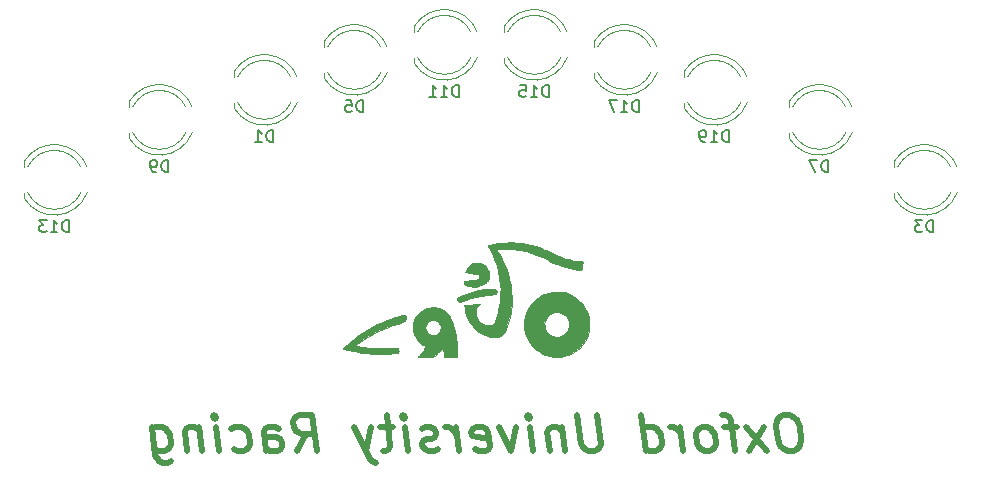
<source format=gbr>
G04 #@! TF.GenerationSoftware,KiCad,Pcbnew,5.1.5-52549c5~84~ubuntu18.04.1*
G04 #@! TF.CreationDate,2020-02-12T22:06:01+00:00*
G04 #@! TF.ProjectId,TSAL_LED,5453414c-5f4c-4454-942e-6b696361645f,rev?*
G04 #@! TF.SameCoordinates,Original*
G04 #@! TF.FileFunction,Legend,Bot*
G04 #@! TF.FilePolarity,Positive*
%FSLAX46Y46*%
G04 Gerber Fmt 4.6, Leading zero omitted, Abs format (unit mm)*
G04 Created by KiCad (PCBNEW 5.1.5-52549c5~84~ubuntu18.04.1) date 2020-02-12 22:06:01*
%MOMM*%
%LPD*%
G04 APERTURE LIST*
%ADD10C,0.500000*%
%ADD11C,0.010000*%
%ADD12C,0.120000*%
%ADD13C,0.150000*%
G04 APERTURE END LIST*
D10*
X152444732Y-86622142D02*
X151873303Y-86622142D01*
X151605446Y-86765000D01*
X151355446Y-87050714D01*
X151284017Y-87622142D01*
X151409017Y-88622142D01*
X151623303Y-89193571D01*
X151944732Y-89479285D01*
X152248303Y-89622142D01*
X152819732Y-89622142D01*
X153087589Y-89479285D01*
X153337589Y-89193571D01*
X153409017Y-88622142D01*
X153284017Y-87622142D01*
X153069732Y-87050714D01*
X152748303Y-86765000D01*
X152444732Y-86622142D01*
X150534017Y-89622142D02*
X148712589Y-87622142D01*
X150284017Y-87622142D02*
X148962589Y-89622142D01*
X147998303Y-87622142D02*
X146855446Y-87622142D01*
X147819732Y-89622142D02*
X147498303Y-87050714D01*
X147319732Y-86765000D01*
X147016160Y-86622142D01*
X146730446Y-86622142D01*
X145676875Y-89622142D02*
X145944732Y-89479285D01*
X146069732Y-89336428D01*
X146176875Y-89050714D01*
X146069732Y-88193571D01*
X145891160Y-87907857D01*
X145730446Y-87765000D01*
X145426875Y-87622142D01*
X144998303Y-87622142D01*
X144730446Y-87765000D01*
X144605446Y-87907857D01*
X144498303Y-88193571D01*
X144605446Y-89050714D01*
X144784017Y-89336428D01*
X144944732Y-89479285D01*
X145248303Y-89622142D01*
X145676875Y-89622142D01*
X143391160Y-89622142D02*
X143141160Y-87622142D01*
X143212589Y-88193571D02*
X143034017Y-87907857D01*
X142873303Y-87765000D01*
X142569732Y-87622142D01*
X142284017Y-87622142D01*
X140248303Y-89622142D02*
X139873303Y-86622142D01*
X140230446Y-89479285D02*
X140534017Y-89622142D01*
X141105446Y-89622142D01*
X141373303Y-89479285D01*
X141498303Y-89336428D01*
X141605446Y-89050714D01*
X141498303Y-88193571D01*
X141319732Y-87907857D01*
X141159017Y-87765000D01*
X140855446Y-87622142D01*
X140284017Y-87622142D01*
X140016160Y-87765000D01*
X136159017Y-86622142D02*
X136462589Y-89050714D01*
X136355446Y-89336428D01*
X136230446Y-89479285D01*
X135962589Y-89622142D01*
X135391160Y-89622142D01*
X135087589Y-89479285D01*
X134926875Y-89336428D01*
X134748303Y-89050714D01*
X134444732Y-86622142D01*
X133141160Y-87622142D02*
X133391160Y-89622142D01*
X133176875Y-87907857D02*
X133016160Y-87765000D01*
X132712589Y-87622142D01*
X132284017Y-87622142D01*
X132016160Y-87765000D01*
X131909017Y-88050714D01*
X132105446Y-89622142D01*
X130676875Y-89622142D02*
X130426875Y-87622142D01*
X130301875Y-86622142D02*
X130462589Y-86765000D01*
X130337589Y-86907857D01*
X130176875Y-86765000D01*
X130301875Y-86622142D01*
X130337589Y-86907857D01*
X129284017Y-87622142D02*
X128819732Y-89622142D01*
X127855446Y-87622142D01*
X125801875Y-89479285D02*
X126105446Y-89622142D01*
X126676875Y-89622142D01*
X126944732Y-89479285D01*
X127051875Y-89193571D01*
X126909017Y-88050714D01*
X126730446Y-87765000D01*
X126426875Y-87622142D01*
X125855446Y-87622142D01*
X125587589Y-87765000D01*
X125480446Y-88050714D01*
X125516160Y-88336428D01*
X126980446Y-88622142D01*
X124391160Y-89622142D02*
X124141160Y-87622142D01*
X124212589Y-88193571D02*
X124034017Y-87907857D01*
X123873303Y-87765000D01*
X123569732Y-87622142D01*
X123284017Y-87622142D01*
X122659017Y-89479285D02*
X122391160Y-89622142D01*
X121819732Y-89622142D01*
X121516160Y-89479285D01*
X121337589Y-89193571D01*
X121319732Y-89050714D01*
X121426875Y-88765000D01*
X121694732Y-88622142D01*
X122123303Y-88622142D01*
X122391160Y-88479285D01*
X122498303Y-88193571D01*
X122480446Y-88050714D01*
X122301875Y-87765000D01*
X121998303Y-87622142D01*
X121569732Y-87622142D01*
X121301875Y-87765000D01*
X120105446Y-89622142D02*
X119855446Y-87622142D01*
X119730446Y-86622142D02*
X119891160Y-86765000D01*
X119766160Y-86907857D01*
X119605446Y-86765000D01*
X119730446Y-86622142D01*
X119766160Y-86907857D01*
X118855446Y-87622142D02*
X117712589Y-87622142D01*
X118301875Y-86622142D02*
X118623303Y-89193571D01*
X118516160Y-89479285D01*
X118248303Y-89622142D01*
X117962589Y-89622142D01*
X116998303Y-87622142D02*
X116534017Y-89622142D01*
X115569732Y-87622142D02*
X116534017Y-89622142D01*
X116909017Y-90336428D01*
X117069732Y-90479285D01*
X117373303Y-90622142D01*
X110676875Y-89622142D02*
X111498303Y-88193571D01*
X112391160Y-89622142D02*
X112016160Y-86622142D01*
X110873303Y-86622142D01*
X110605446Y-86765000D01*
X110480446Y-86907857D01*
X110373303Y-87193571D01*
X110426875Y-87622142D01*
X110605446Y-87907857D01*
X110766160Y-88050714D01*
X111069732Y-88193571D01*
X112212589Y-88193571D01*
X108105446Y-89622142D02*
X107909017Y-88050714D01*
X108016160Y-87765000D01*
X108284017Y-87622142D01*
X108855446Y-87622142D01*
X109159017Y-87765000D01*
X108087589Y-89479285D02*
X108391160Y-89622142D01*
X109105446Y-89622142D01*
X109373303Y-89479285D01*
X109480446Y-89193571D01*
X109444732Y-88907857D01*
X109266160Y-88622142D01*
X108962589Y-88479285D01*
X108248303Y-88479285D01*
X107944732Y-88336428D01*
X105373303Y-89479285D02*
X105676875Y-89622142D01*
X106248303Y-89622142D01*
X106516160Y-89479285D01*
X106641160Y-89336428D01*
X106748303Y-89050714D01*
X106641160Y-88193571D01*
X106462589Y-87907857D01*
X106301875Y-87765000D01*
X105998303Y-87622142D01*
X105426875Y-87622142D01*
X105159017Y-87765000D01*
X104105446Y-89622142D02*
X103855446Y-87622142D01*
X103730446Y-86622142D02*
X103891160Y-86765000D01*
X103766160Y-86907857D01*
X103605446Y-86765000D01*
X103730446Y-86622142D01*
X103766160Y-86907857D01*
X102426875Y-87622142D02*
X102676875Y-89622142D01*
X102462589Y-87907857D02*
X102301875Y-87765000D01*
X101998303Y-87622142D01*
X101569732Y-87622142D01*
X101301875Y-87765000D01*
X101194732Y-88050714D01*
X101391160Y-89622142D01*
X98426875Y-87622142D02*
X98730446Y-90050714D01*
X98909017Y-90336428D01*
X99069732Y-90479285D01*
X99373303Y-90622142D01*
X99801875Y-90622142D01*
X100069732Y-90479285D01*
X98659017Y-89479285D02*
X98962589Y-89622142D01*
X99534017Y-89622142D01*
X99801875Y-89479285D01*
X99926875Y-89336428D01*
X100034017Y-89050714D01*
X99926875Y-88193571D01*
X99748303Y-87907857D01*
X99587589Y-87765000D01*
X99284017Y-87622142D01*
X98712589Y-87622142D01*
X98444732Y-87765000D01*
D11*
G36*
X125824724Y-73716529D02*
G01*
X125648177Y-73752887D01*
X125486800Y-73822967D01*
X125448267Y-73846774D01*
X125381284Y-73901380D01*
X125301130Y-73982420D01*
X125216346Y-74079990D01*
X125135472Y-74184182D01*
X125067048Y-74285090D01*
X125058986Y-74298328D01*
X125010592Y-74380123D01*
X124984858Y-74433360D01*
X124983369Y-74466194D01*
X125007705Y-74486780D01*
X125059448Y-74503271D01*
X125100775Y-74513705D01*
X125241678Y-74545217D01*
X125394499Y-74572908D01*
X125545513Y-74594750D01*
X125681000Y-74608717D01*
X125772334Y-74612879D01*
X125912024Y-74625848D01*
X126018575Y-74663933D01*
X126093389Y-74727778D01*
X126121003Y-74773016D01*
X126144416Y-74830804D01*
X126147325Y-74876625D01*
X126131053Y-74934781D01*
X126129981Y-74937825D01*
X126097877Y-75001769D01*
X126056207Y-75053325D01*
X126047500Y-75060533D01*
X125981448Y-75093296D01*
X125878444Y-75123299D01*
X125743829Y-75149677D01*
X125582942Y-75171562D01*
X125401123Y-75188090D01*
X125203711Y-75198395D01*
X125195542Y-75198667D01*
X124819834Y-75210868D01*
X124820123Y-75319142D01*
X124822834Y-75411468D01*
X124835520Y-75473073D01*
X124865899Y-75515512D01*
X124921692Y-75550337D01*
X124996649Y-75583322D01*
X125196956Y-75649665D01*
X125416111Y-75693081D01*
X125640750Y-75712279D01*
X125857509Y-75705967D01*
X126015750Y-75681796D01*
X126260668Y-75610435D01*
X126483930Y-75507320D01*
X126696716Y-75367254D01*
X126703667Y-75361958D01*
X126805470Y-75280815D01*
X126877901Y-75213019D01*
X126927560Y-75149600D01*
X126961047Y-75081590D01*
X126984963Y-75000018D01*
X126991376Y-74971002D01*
X127013517Y-74766296D01*
X126994708Y-74564999D01*
X126936323Y-74371488D01*
X126839733Y-74190142D01*
X126706313Y-74025340D01*
X126689631Y-74008590D01*
X126542395Y-73890044D01*
X126375276Y-73800651D01*
X126195284Y-73741325D01*
X126009430Y-73712980D01*
X125824724Y-73716529D01*
G37*
X125824724Y-73716529D02*
X125648177Y-73752887D01*
X125486800Y-73822967D01*
X125448267Y-73846774D01*
X125381284Y-73901380D01*
X125301130Y-73982420D01*
X125216346Y-74079990D01*
X125135472Y-74184182D01*
X125067048Y-74285090D01*
X125058986Y-74298328D01*
X125010592Y-74380123D01*
X124984858Y-74433360D01*
X124983369Y-74466194D01*
X125007705Y-74486780D01*
X125059448Y-74503271D01*
X125100775Y-74513705D01*
X125241678Y-74545217D01*
X125394499Y-74572908D01*
X125545513Y-74594750D01*
X125681000Y-74608717D01*
X125772334Y-74612879D01*
X125912024Y-74625848D01*
X126018575Y-74663933D01*
X126093389Y-74727778D01*
X126121003Y-74773016D01*
X126144416Y-74830804D01*
X126147325Y-74876625D01*
X126131053Y-74934781D01*
X126129981Y-74937825D01*
X126097877Y-75001769D01*
X126056207Y-75053325D01*
X126047500Y-75060533D01*
X125981448Y-75093296D01*
X125878444Y-75123299D01*
X125743829Y-75149677D01*
X125582942Y-75171562D01*
X125401123Y-75188090D01*
X125203711Y-75198395D01*
X125195542Y-75198667D01*
X124819834Y-75210868D01*
X124820123Y-75319142D01*
X124822834Y-75411468D01*
X124835520Y-75473073D01*
X124865899Y-75515512D01*
X124921692Y-75550337D01*
X124996649Y-75583322D01*
X125196956Y-75649665D01*
X125416111Y-75693081D01*
X125640750Y-75712279D01*
X125857509Y-75705967D01*
X126015750Y-75681796D01*
X126260668Y-75610435D01*
X126483930Y-75507320D01*
X126696716Y-75367254D01*
X126703667Y-75361958D01*
X126805470Y-75280815D01*
X126877901Y-75213019D01*
X126927560Y-75149600D01*
X126961047Y-75081590D01*
X126984963Y-75000018D01*
X126991376Y-74971002D01*
X127013517Y-74766296D01*
X126994708Y-74564999D01*
X126936323Y-74371488D01*
X126839733Y-74190142D01*
X126706313Y-74025340D01*
X126689631Y-74008590D01*
X126542395Y-73890044D01*
X126375276Y-73800651D01*
X126195284Y-73741325D01*
X126009430Y-73712980D01*
X125824724Y-73716529D01*
G36*
X127141755Y-75910105D02*
G01*
X126611315Y-75952557D01*
X126082079Y-76037201D01*
X125554617Y-76163903D01*
X125029493Y-76332526D01*
X124518962Y-76537755D01*
X124425541Y-76580237D01*
X124363613Y-76612478D01*
X124325384Y-76640003D01*
X124303059Y-76668332D01*
X124289779Y-76700108D01*
X124279704Y-76791302D01*
X124304160Y-76879457D01*
X124356930Y-76953802D01*
X124431795Y-77003560D01*
X124471601Y-77015165D01*
X124527193Y-77016682D01*
X124565834Y-77005032D01*
X124609187Y-76982232D01*
X124685187Y-76949086D01*
X124786251Y-76908429D01*
X124904797Y-76863095D01*
X125033242Y-76815917D01*
X125164004Y-76769731D01*
X125289500Y-76727371D01*
X125402148Y-76691671D01*
X125412500Y-76688551D01*
X125869136Y-76566590D01*
X126322057Y-76476733D01*
X126785235Y-76416540D01*
X127113842Y-76391268D01*
X127234339Y-76383188D01*
X127342320Y-76373731D01*
X127429673Y-76363780D01*
X127488286Y-76354217D01*
X127507453Y-76348459D01*
X127559052Y-76299978D01*
X127596776Y-76224573D01*
X127613558Y-76137101D01*
X127613834Y-76124851D01*
X127605321Y-76065029D01*
X127574197Y-76011318D01*
X127538630Y-75972396D01*
X127463427Y-75897192D01*
X127141755Y-75910105D01*
G37*
X127141755Y-75910105D02*
X126611315Y-75952557D01*
X126082079Y-76037201D01*
X125554617Y-76163903D01*
X125029493Y-76332526D01*
X124518962Y-76537755D01*
X124425541Y-76580237D01*
X124363613Y-76612478D01*
X124325384Y-76640003D01*
X124303059Y-76668332D01*
X124289779Y-76700108D01*
X124279704Y-76791302D01*
X124304160Y-76879457D01*
X124356930Y-76953802D01*
X124431795Y-77003560D01*
X124471601Y-77015165D01*
X124527193Y-77016682D01*
X124565834Y-77005032D01*
X124609187Y-76982232D01*
X124685187Y-76949086D01*
X124786251Y-76908429D01*
X124904797Y-76863095D01*
X125033242Y-76815917D01*
X125164004Y-76769731D01*
X125289500Y-76727371D01*
X125402148Y-76691671D01*
X125412500Y-76688551D01*
X125869136Y-76566590D01*
X126322057Y-76476733D01*
X126785235Y-76416540D01*
X127113842Y-76391268D01*
X127234339Y-76383188D01*
X127342320Y-76373731D01*
X127429673Y-76363780D01*
X127488286Y-76354217D01*
X127507453Y-76348459D01*
X127559052Y-76299978D01*
X127596776Y-76224573D01*
X127613558Y-76137101D01*
X127613834Y-76124851D01*
X127605321Y-76065029D01*
X127574197Y-76011318D01*
X127538630Y-75972396D01*
X127463427Y-75897192D01*
X127141755Y-75910105D01*
G36*
X128280303Y-71983715D02*
G01*
X127747754Y-72038148D01*
X127666750Y-72050050D01*
X127582613Y-72064201D01*
X127478846Y-72083583D01*
X127363417Y-72106485D01*
X127244297Y-72131198D01*
X127129455Y-72156010D01*
X127026862Y-72179211D01*
X126944487Y-72199089D01*
X126890300Y-72213935D01*
X126873606Y-72220292D01*
X126868028Y-72239512D01*
X126881717Y-72281747D01*
X126916384Y-72351005D01*
X126967904Y-72441407D01*
X127218905Y-72909066D01*
X127434620Y-73397638D01*
X127614060Y-73903210D01*
X127756230Y-74421871D01*
X127860139Y-74949710D01*
X127924795Y-75482817D01*
X127949206Y-76017280D01*
X127945638Y-76295250D01*
X127925516Y-76646077D01*
X127889182Y-77001922D01*
X127838336Y-77350943D01*
X127774677Y-77681298D01*
X127707367Y-77954564D01*
X127677339Y-78057658D01*
X127639679Y-78179143D01*
X127597714Y-78309061D01*
X127554768Y-78437454D01*
X127514169Y-78554364D01*
X127479242Y-78649835D01*
X127454941Y-78710258D01*
X127391764Y-78819469D01*
X127308623Y-78900588D01*
X127201110Y-78955843D01*
X127064819Y-78987465D01*
X126895342Y-78997682D01*
X126886761Y-78997674D01*
X126678146Y-78977283D01*
X126484507Y-78919885D01*
X126309415Y-78829050D01*
X126156442Y-78708350D01*
X126029160Y-78561356D01*
X125931141Y-78391641D01*
X125865956Y-78202775D01*
X125837177Y-77998331D01*
X125836085Y-77947094D01*
X125854606Y-77741991D01*
X125910652Y-77552158D01*
X126006037Y-77372635D01*
X126085529Y-77264577D01*
X126182380Y-77145682D01*
X126099065Y-77160096D01*
X125900074Y-77192723D01*
X125726499Y-77216684D01*
X125562708Y-77233676D01*
X125393073Y-77245396D01*
X125256084Y-77251616D01*
X124898584Y-77265153D01*
X124912462Y-77468118D01*
X124955631Y-77795044D01*
X125038432Y-78112504D01*
X125158605Y-78417144D01*
X125313892Y-78705611D01*
X125502034Y-78974551D01*
X125720773Y-79220611D01*
X125967850Y-79440438D01*
X126241007Y-79630679D01*
X126445191Y-79743781D01*
X126647599Y-79833619D01*
X126858075Y-79906500D01*
X127068837Y-79960897D01*
X127272104Y-79995283D01*
X127460092Y-80008131D01*
X127625021Y-79997914D01*
X127683716Y-79986811D01*
X127806302Y-79945704D01*
X127938780Y-79880913D01*
X128063897Y-79801240D01*
X128097439Y-79775734D01*
X128179246Y-79701799D01*
X128253101Y-79614708D01*
X128321442Y-79509690D01*
X128386705Y-79381973D01*
X128451328Y-79226785D01*
X128517750Y-79039354D01*
X128588407Y-78814909D01*
X128588655Y-78814083D01*
X128725850Y-78286139D01*
X128822510Y-77751398D01*
X128878840Y-77212557D01*
X128895046Y-76672316D01*
X128871334Y-76133374D01*
X128807908Y-75598428D01*
X128704976Y-75070179D01*
X128562741Y-74551325D01*
X128381410Y-74044564D01*
X128192996Y-73617666D01*
X128090038Y-73408669D01*
X127996099Y-73228447D01*
X127905147Y-73066209D01*
X127811151Y-72911165D01*
X127716413Y-72765018D01*
X127665387Y-72686812D01*
X127624590Y-72621330D01*
X127598962Y-72576685D01*
X127592667Y-72561780D01*
X127612910Y-72550137D01*
X127670004Y-72540198D01*
X127758502Y-72532011D01*
X127872954Y-72525625D01*
X128007912Y-72521087D01*
X128157927Y-72518448D01*
X128317550Y-72517754D01*
X128481332Y-72519054D01*
X128643825Y-72522398D01*
X128799579Y-72527832D01*
X128943146Y-72535407D01*
X129069077Y-72545170D01*
X129101017Y-72548364D01*
X129335328Y-72575782D01*
X129544842Y-72606462D01*
X129747098Y-72643454D01*
X129959632Y-72689808D01*
X130079750Y-72718555D01*
X130319423Y-72780535D01*
X130544618Y-72846151D01*
X130762058Y-72918125D01*
X130978466Y-72999176D01*
X131200568Y-73092025D01*
X131435086Y-73199393D01*
X131688743Y-73324000D01*
X131968264Y-73468567D01*
X132080000Y-73527880D01*
X132410442Y-73691020D01*
X132761605Y-73839899D01*
X133125194Y-73972005D01*
X133492915Y-74084822D01*
X133856471Y-74175839D01*
X134207568Y-74242542D01*
X134537911Y-74282417D01*
X134580967Y-74285643D01*
X134785349Y-74299735D01*
X134809928Y-74175659D01*
X134825741Y-74099961D01*
X134847868Y-73999324D01*
X134872712Y-73889962D01*
X134886004Y-73832930D01*
X134907194Y-73741514D01*
X134924151Y-73665609D01*
X134934834Y-73614526D01*
X134937500Y-73598065D01*
X134917670Y-73590966D01*
X134863465Y-73583148D01*
X134782812Y-73575493D01*
X134683639Y-73568884D01*
X134667625Y-73568035D01*
X134488080Y-73555670D01*
X134317561Y-73536533D01*
X134144025Y-73508679D01*
X133955430Y-73470160D01*
X133739731Y-73419031D01*
X133728621Y-73416259D01*
X133434303Y-73337035D01*
X133156981Y-73249798D01*
X132886138Y-73150492D01*
X132611256Y-73035061D01*
X132321818Y-72899449D01*
X132102485Y-72789086D01*
X131961278Y-72717822D01*
X131813285Y-72645750D01*
X131669377Y-72577984D01*
X131540425Y-72519638D01*
X131437300Y-72475825D01*
X131432262Y-72473806D01*
X130933941Y-72297358D01*
X130418992Y-72158161D01*
X129891785Y-72056706D01*
X129356688Y-71993486D01*
X128818071Y-71968992D01*
X128280303Y-71983715D01*
G37*
X128280303Y-71983715D02*
X127747754Y-72038148D01*
X127666750Y-72050050D01*
X127582613Y-72064201D01*
X127478846Y-72083583D01*
X127363417Y-72106485D01*
X127244297Y-72131198D01*
X127129455Y-72156010D01*
X127026862Y-72179211D01*
X126944487Y-72199089D01*
X126890300Y-72213935D01*
X126873606Y-72220292D01*
X126868028Y-72239512D01*
X126881717Y-72281747D01*
X126916384Y-72351005D01*
X126967904Y-72441407D01*
X127218905Y-72909066D01*
X127434620Y-73397638D01*
X127614060Y-73903210D01*
X127756230Y-74421871D01*
X127860139Y-74949710D01*
X127924795Y-75482817D01*
X127949206Y-76017280D01*
X127945638Y-76295250D01*
X127925516Y-76646077D01*
X127889182Y-77001922D01*
X127838336Y-77350943D01*
X127774677Y-77681298D01*
X127707367Y-77954564D01*
X127677339Y-78057658D01*
X127639679Y-78179143D01*
X127597714Y-78309061D01*
X127554768Y-78437454D01*
X127514169Y-78554364D01*
X127479242Y-78649835D01*
X127454941Y-78710258D01*
X127391764Y-78819469D01*
X127308623Y-78900588D01*
X127201110Y-78955843D01*
X127064819Y-78987465D01*
X126895342Y-78997682D01*
X126886761Y-78997674D01*
X126678146Y-78977283D01*
X126484507Y-78919885D01*
X126309415Y-78829050D01*
X126156442Y-78708350D01*
X126029160Y-78561356D01*
X125931141Y-78391641D01*
X125865956Y-78202775D01*
X125837177Y-77998331D01*
X125836085Y-77947094D01*
X125854606Y-77741991D01*
X125910652Y-77552158D01*
X126006037Y-77372635D01*
X126085529Y-77264577D01*
X126182380Y-77145682D01*
X126099065Y-77160096D01*
X125900074Y-77192723D01*
X125726499Y-77216684D01*
X125562708Y-77233676D01*
X125393073Y-77245396D01*
X125256084Y-77251616D01*
X124898584Y-77265153D01*
X124912462Y-77468118D01*
X124955631Y-77795044D01*
X125038432Y-78112504D01*
X125158605Y-78417144D01*
X125313892Y-78705611D01*
X125502034Y-78974551D01*
X125720773Y-79220611D01*
X125967850Y-79440438D01*
X126241007Y-79630679D01*
X126445191Y-79743781D01*
X126647599Y-79833619D01*
X126858075Y-79906500D01*
X127068837Y-79960897D01*
X127272104Y-79995283D01*
X127460092Y-80008131D01*
X127625021Y-79997914D01*
X127683716Y-79986811D01*
X127806302Y-79945704D01*
X127938780Y-79880913D01*
X128063897Y-79801240D01*
X128097439Y-79775734D01*
X128179246Y-79701799D01*
X128253101Y-79614708D01*
X128321442Y-79509690D01*
X128386705Y-79381973D01*
X128451328Y-79226785D01*
X128517750Y-79039354D01*
X128588407Y-78814909D01*
X128588655Y-78814083D01*
X128725850Y-78286139D01*
X128822510Y-77751398D01*
X128878840Y-77212557D01*
X128895046Y-76672316D01*
X128871334Y-76133374D01*
X128807908Y-75598428D01*
X128704976Y-75070179D01*
X128562741Y-74551325D01*
X128381410Y-74044564D01*
X128192996Y-73617666D01*
X128090038Y-73408669D01*
X127996099Y-73228447D01*
X127905147Y-73066209D01*
X127811151Y-72911165D01*
X127716413Y-72765018D01*
X127665387Y-72686812D01*
X127624590Y-72621330D01*
X127598962Y-72576685D01*
X127592667Y-72561780D01*
X127612910Y-72550137D01*
X127670004Y-72540198D01*
X127758502Y-72532011D01*
X127872954Y-72525625D01*
X128007912Y-72521087D01*
X128157927Y-72518448D01*
X128317550Y-72517754D01*
X128481332Y-72519054D01*
X128643825Y-72522398D01*
X128799579Y-72527832D01*
X128943146Y-72535407D01*
X129069077Y-72545170D01*
X129101017Y-72548364D01*
X129335328Y-72575782D01*
X129544842Y-72606462D01*
X129747098Y-72643454D01*
X129959632Y-72689808D01*
X130079750Y-72718555D01*
X130319423Y-72780535D01*
X130544618Y-72846151D01*
X130762058Y-72918125D01*
X130978466Y-72999176D01*
X131200568Y-73092025D01*
X131435086Y-73199393D01*
X131688743Y-73324000D01*
X131968264Y-73468567D01*
X132080000Y-73527880D01*
X132410442Y-73691020D01*
X132761605Y-73839899D01*
X133125194Y-73972005D01*
X133492915Y-74084822D01*
X133856471Y-74175839D01*
X134207568Y-74242542D01*
X134537911Y-74282417D01*
X134580967Y-74285643D01*
X134785349Y-74299735D01*
X134809928Y-74175659D01*
X134825741Y-74099961D01*
X134847868Y-73999324D01*
X134872712Y-73889962D01*
X134886004Y-73832930D01*
X134907194Y-73741514D01*
X134924151Y-73665609D01*
X134934834Y-73614526D01*
X134937500Y-73598065D01*
X134917670Y-73590966D01*
X134863465Y-73583148D01*
X134782812Y-73575493D01*
X134683639Y-73568884D01*
X134667625Y-73568035D01*
X134488080Y-73555670D01*
X134317561Y-73536533D01*
X134144025Y-73508679D01*
X133955430Y-73470160D01*
X133739731Y-73419031D01*
X133728621Y-73416259D01*
X133434303Y-73337035D01*
X133156981Y-73249798D01*
X132886138Y-73150492D01*
X132611256Y-73035061D01*
X132321818Y-72899449D01*
X132102485Y-72789086D01*
X131961278Y-72717822D01*
X131813285Y-72645750D01*
X131669377Y-72577984D01*
X131540425Y-72519638D01*
X131437300Y-72475825D01*
X131432262Y-72473806D01*
X130933941Y-72297358D01*
X130418992Y-72158161D01*
X129891785Y-72056706D01*
X129356688Y-71993486D01*
X128818071Y-71968992D01*
X128280303Y-71983715D01*
G36*
X119828091Y-78080309D02*
G01*
X119769004Y-78092912D01*
X119682474Y-78114294D01*
X119575072Y-78142827D01*
X119453369Y-78176881D01*
X119443500Y-78179712D01*
X119048547Y-78299468D01*
X118678700Y-78425422D01*
X118320252Y-78562871D01*
X117959500Y-78717113D01*
X117582737Y-78893446D01*
X117527917Y-78920204D01*
X117068693Y-79155740D01*
X116640676Y-79397687D01*
X116232743Y-79653058D01*
X115833774Y-79928866D01*
X115432645Y-80232122D01*
X115375573Y-80277254D01*
X115258179Y-80372134D01*
X115138952Y-80471307D01*
X115022154Y-80570939D01*
X114912047Y-80667194D01*
X114812893Y-80756241D01*
X114728954Y-80834244D01*
X114664491Y-80897370D01*
X114623767Y-80941784D01*
X114611042Y-80963654D01*
X114611568Y-80964551D01*
X114638870Y-80976119D01*
X114701012Y-80994844D01*
X114791408Y-81019148D01*
X114903475Y-81047457D01*
X115030630Y-81078194D01*
X115166288Y-81109782D01*
X115303865Y-81140644D01*
X115436777Y-81169206D01*
X115558441Y-81193889D01*
X115612334Y-81204161D01*
X115918881Y-81258096D01*
X116203553Y-81301466D01*
X116477180Y-81335288D01*
X116750592Y-81360580D01*
X117034621Y-81378359D01*
X117340098Y-81389644D01*
X117644334Y-81395111D01*
X117813664Y-81396659D01*
X117974035Y-81397581D01*
X118119273Y-81397884D01*
X118243204Y-81397573D01*
X118339657Y-81396654D01*
X118402456Y-81395135D01*
X118416917Y-81394349D01*
X118622923Y-81378701D01*
X118790899Y-81365495D01*
X118925032Y-81354028D01*
X119029509Y-81343600D01*
X119108516Y-81333511D01*
X119166240Y-81323059D01*
X119206868Y-81311543D01*
X119234586Y-81298263D01*
X119253581Y-81282517D01*
X119268041Y-81263605D01*
X119276255Y-81250489D01*
X119314401Y-81153962D01*
X119310745Y-81060620D01*
X119265658Y-80973722D01*
X119241748Y-80947014D01*
X119192964Y-80902241D01*
X119153618Y-80882589D01*
X119105388Y-80881220D01*
X119075142Y-80884852D01*
X118962315Y-80897120D01*
X118815757Y-80908208D01*
X118644061Y-80917825D01*
X118455820Y-80925681D01*
X118259628Y-80931485D01*
X118064077Y-80934945D01*
X117877761Y-80935772D01*
X117709273Y-80933673D01*
X117666657Y-80932528D01*
X117365890Y-80919442D01*
X117056090Y-80898786D01*
X116746161Y-80871512D01*
X116445010Y-80838571D01*
X116161543Y-80800914D01*
X115904668Y-80759491D01*
X115732330Y-80725997D01*
X115630075Y-80704257D01*
X115816996Y-80566070D01*
X116379929Y-80176125D01*
X116968347Y-79819520D01*
X117580706Y-79497016D01*
X118215460Y-79209375D01*
X118871064Y-78957358D01*
X119484801Y-78759529D01*
X119613380Y-78719227D01*
X119716981Y-78681593D01*
X119789694Y-78648927D01*
X119820968Y-78628563D01*
X119880247Y-78553553D01*
X119926024Y-78457899D01*
X119949307Y-78361770D01*
X119950571Y-78337833D01*
X119942543Y-78278963D01*
X119922211Y-78208357D01*
X119895203Y-78141022D01*
X119867146Y-78091961D01*
X119853163Y-78078116D01*
X119828091Y-78080309D01*
G37*
X119828091Y-78080309D02*
X119769004Y-78092912D01*
X119682474Y-78114294D01*
X119575072Y-78142827D01*
X119453369Y-78176881D01*
X119443500Y-78179712D01*
X119048547Y-78299468D01*
X118678700Y-78425422D01*
X118320252Y-78562871D01*
X117959500Y-78717113D01*
X117582737Y-78893446D01*
X117527917Y-78920204D01*
X117068693Y-79155740D01*
X116640676Y-79397687D01*
X116232743Y-79653058D01*
X115833774Y-79928866D01*
X115432645Y-80232122D01*
X115375573Y-80277254D01*
X115258179Y-80372134D01*
X115138952Y-80471307D01*
X115022154Y-80570939D01*
X114912047Y-80667194D01*
X114812893Y-80756241D01*
X114728954Y-80834244D01*
X114664491Y-80897370D01*
X114623767Y-80941784D01*
X114611042Y-80963654D01*
X114611568Y-80964551D01*
X114638870Y-80976119D01*
X114701012Y-80994844D01*
X114791408Y-81019148D01*
X114903475Y-81047457D01*
X115030630Y-81078194D01*
X115166288Y-81109782D01*
X115303865Y-81140644D01*
X115436777Y-81169206D01*
X115558441Y-81193889D01*
X115612334Y-81204161D01*
X115918881Y-81258096D01*
X116203553Y-81301466D01*
X116477180Y-81335288D01*
X116750592Y-81360580D01*
X117034621Y-81378359D01*
X117340098Y-81389644D01*
X117644334Y-81395111D01*
X117813664Y-81396659D01*
X117974035Y-81397581D01*
X118119273Y-81397884D01*
X118243204Y-81397573D01*
X118339657Y-81396654D01*
X118402456Y-81395135D01*
X118416917Y-81394349D01*
X118622923Y-81378701D01*
X118790899Y-81365495D01*
X118925032Y-81354028D01*
X119029509Y-81343600D01*
X119108516Y-81333511D01*
X119166240Y-81323059D01*
X119206868Y-81311543D01*
X119234586Y-81298263D01*
X119253581Y-81282517D01*
X119268041Y-81263605D01*
X119276255Y-81250489D01*
X119314401Y-81153962D01*
X119310745Y-81060620D01*
X119265658Y-80973722D01*
X119241748Y-80947014D01*
X119192964Y-80902241D01*
X119153618Y-80882589D01*
X119105388Y-80881220D01*
X119075142Y-80884852D01*
X118962315Y-80897120D01*
X118815757Y-80908208D01*
X118644061Y-80917825D01*
X118455820Y-80925681D01*
X118259628Y-80931485D01*
X118064077Y-80934945D01*
X117877761Y-80935772D01*
X117709273Y-80933673D01*
X117666657Y-80932528D01*
X117365890Y-80919442D01*
X117056090Y-80898786D01*
X116746161Y-80871512D01*
X116445010Y-80838571D01*
X116161543Y-80800914D01*
X115904668Y-80759491D01*
X115732330Y-80725997D01*
X115630075Y-80704257D01*
X115816996Y-80566070D01*
X116379929Y-80176125D01*
X116968347Y-79819520D01*
X117580706Y-79497016D01*
X118215460Y-79209375D01*
X118871064Y-78957358D01*
X119484801Y-78759529D01*
X119613380Y-78719227D01*
X119716981Y-78681593D01*
X119789694Y-78648927D01*
X119820968Y-78628563D01*
X119880247Y-78553553D01*
X119926024Y-78457899D01*
X119949307Y-78361770D01*
X119950571Y-78337833D01*
X119942543Y-78278963D01*
X119922211Y-78208357D01*
X119895203Y-78141022D01*
X119867146Y-78091961D01*
X119853163Y-78078116D01*
X119828091Y-78080309D01*
G36*
X132346533Y-76165758D02*
G01*
X132023246Y-76228150D01*
X131709436Y-76328223D01*
X131409694Y-76465874D01*
X131386140Y-76478683D01*
X131107872Y-76655445D01*
X130852338Y-76865264D01*
X130622666Y-77104036D01*
X130421987Y-77367652D01*
X130253432Y-77652008D01*
X130120132Y-77952996D01*
X130026131Y-78262625D01*
X129968549Y-78595679D01*
X129951937Y-78928044D01*
X129975006Y-79256467D01*
X130036469Y-79577695D01*
X130135040Y-79888475D01*
X130269432Y-80185555D01*
X130438357Y-80465681D01*
X130640529Y-80725601D01*
X130874660Y-80962062D01*
X131139463Y-81171810D01*
X131191106Y-81207023D01*
X131486356Y-81379443D01*
X131793506Y-81511380D01*
X132113044Y-81602959D01*
X132445456Y-81654304D01*
X132791231Y-81665541D01*
X132949929Y-81657649D01*
X133283521Y-81612236D01*
X133604080Y-81526724D01*
X133910413Y-81401660D01*
X134201325Y-81237588D01*
X134475625Y-81035054D01*
X134644427Y-80883058D01*
X134876570Y-80631241D01*
X135071016Y-80361856D01*
X135229119Y-80072439D01*
X135352235Y-79760524D01*
X135438583Y-79438500D01*
X135458854Y-79308268D01*
X135472070Y-79148757D01*
X135477159Y-79003273D01*
X133770619Y-79003273D01*
X133740887Y-79173176D01*
X133670813Y-79361156D01*
X133565937Y-79530457D01*
X133431074Y-79677327D01*
X133271038Y-79798011D01*
X133090642Y-79888755D01*
X132894701Y-79945808D01*
X132725584Y-79964824D01*
X132672483Y-79961516D01*
X132595253Y-79950811D01*
X132513917Y-79935685D01*
X132308925Y-79872165D01*
X132126298Y-79774146D01*
X131969119Y-79644326D01*
X131840475Y-79485402D01*
X131743450Y-79300072D01*
X131722197Y-79243315D01*
X131674408Y-79041925D01*
X131667294Y-78839532D01*
X131699637Y-78641220D01*
X131770219Y-78452076D01*
X131877822Y-78277185D01*
X131982072Y-78158442D01*
X132146566Y-78021981D01*
X132323261Y-77925786D01*
X132514049Y-77869061D01*
X132715000Y-77851000D01*
X132918908Y-77870685D01*
X133108575Y-77927011D01*
X133280824Y-78015882D01*
X133432477Y-78133205D01*
X133560359Y-78274885D01*
X133661291Y-78436826D01*
X133732096Y-78614934D01*
X133769598Y-78805115D01*
X133770619Y-79003273D01*
X135477159Y-79003273D01*
X135478247Y-78972179D01*
X135477397Y-78790746D01*
X135469535Y-78616671D01*
X135454674Y-78462165D01*
X135437355Y-78359000D01*
X135343914Y-78025245D01*
X135213656Y-77709641D01*
X135048591Y-77414796D01*
X134850731Y-77143321D01*
X134622089Y-76897823D01*
X134364675Y-76680914D01*
X134080502Y-76495201D01*
X133944459Y-76422519D01*
X133642645Y-76295001D01*
X133327354Y-76205667D01*
X133003178Y-76154415D01*
X132674708Y-76141146D01*
X132346533Y-76165758D01*
G37*
X132346533Y-76165758D02*
X132023246Y-76228150D01*
X131709436Y-76328223D01*
X131409694Y-76465874D01*
X131386140Y-76478683D01*
X131107872Y-76655445D01*
X130852338Y-76865264D01*
X130622666Y-77104036D01*
X130421987Y-77367652D01*
X130253432Y-77652008D01*
X130120132Y-77952996D01*
X130026131Y-78262625D01*
X129968549Y-78595679D01*
X129951937Y-78928044D01*
X129975006Y-79256467D01*
X130036469Y-79577695D01*
X130135040Y-79888475D01*
X130269432Y-80185555D01*
X130438357Y-80465681D01*
X130640529Y-80725601D01*
X130874660Y-80962062D01*
X131139463Y-81171810D01*
X131191106Y-81207023D01*
X131486356Y-81379443D01*
X131793506Y-81511380D01*
X132113044Y-81602959D01*
X132445456Y-81654304D01*
X132791231Y-81665541D01*
X132949929Y-81657649D01*
X133283521Y-81612236D01*
X133604080Y-81526724D01*
X133910413Y-81401660D01*
X134201325Y-81237588D01*
X134475625Y-81035054D01*
X134644427Y-80883058D01*
X134876570Y-80631241D01*
X135071016Y-80361856D01*
X135229119Y-80072439D01*
X135352235Y-79760524D01*
X135438583Y-79438500D01*
X135458854Y-79308268D01*
X135472070Y-79148757D01*
X135477159Y-79003273D01*
X133770619Y-79003273D01*
X133740887Y-79173176D01*
X133670813Y-79361156D01*
X133565937Y-79530457D01*
X133431074Y-79677327D01*
X133271038Y-79798011D01*
X133090642Y-79888755D01*
X132894701Y-79945808D01*
X132725584Y-79964824D01*
X132672483Y-79961516D01*
X132595253Y-79950811D01*
X132513917Y-79935685D01*
X132308925Y-79872165D01*
X132126298Y-79774146D01*
X131969119Y-79644326D01*
X131840475Y-79485402D01*
X131743450Y-79300072D01*
X131722197Y-79243315D01*
X131674408Y-79041925D01*
X131667294Y-78839532D01*
X131699637Y-78641220D01*
X131770219Y-78452076D01*
X131877822Y-78277185D01*
X131982072Y-78158442D01*
X132146566Y-78021981D01*
X132323261Y-77925786D01*
X132514049Y-77869061D01*
X132715000Y-77851000D01*
X132918908Y-77870685D01*
X133108575Y-77927011D01*
X133280824Y-78015882D01*
X133432477Y-78133205D01*
X133560359Y-78274885D01*
X133661291Y-78436826D01*
X133732096Y-78614934D01*
X133769598Y-78805115D01*
X133770619Y-79003273D01*
X135477159Y-79003273D01*
X135478247Y-78972179D01*
X135477397Y-78790746D01*
X135469535Y-78616671D01*
X135454674Y-78462165D01*
X135437355Y-78359000D01*
X135343914Y-78025245D01*
X135213656Y-77709641D01*
X135048591Y-77414796D01*
X134850731Y-77143321D01*
X134622089Y-76897823D01*
X134364675Y-76680914D01*
X134080502Y-76495201D01*
X133944459Y-76422519D01*
X133642645Y-76295001D01*
X133327354Y-76205667D01*
X133003178Y-76154415D01*
X132674708Y-76141146D01*
X132346533Y-76165758D01*
G36*
X122107780Y-77475881D02*
G01*
X121940026Y-77491644D01*
X121792478Y-77518503D01*
X121740084Y-77532953D01*
X121488745Y-77633380D01*
X121259576Y-77768667D01*
X121055418Y-77936012D01*
X120879111Y-78132611D01*
X120733496Y-78355662D01*
X120621414Y-78602363D01*
X120603135Y-78654706D01*
X120576888Y-78736216D01*
X120558538Y-78803458D01*
X120546665Y-78867354D01*
X120539850Y-78938826D01*
X120536675Y-79028798D01*
X120535719Y-79148190D01*
X120535673Y-79173916D01*
X120535973Y-79298910D01*
X120538210Y-79392336D01*
X120543804Y-79464956D01*
X120554175Y-79527531D01*
X120570743Y-79590825D01*
X120594927Y-79665598D01*
X120604092Y-79692500D01*
X120705900Y-79934363D01*
X120837140Y-80155261D01*
X120993015Y-80347246D01*
X121009516Y-80364288D01*
X121104863Y-80452714D01*
X121214709Y-80541177D01*
X121328365Y-80622101D01*
X121435140Y-80687908D01*
X121524346Y-80731024D01*
X121529800Y-80733048D01*
X121577392Y-80754697D01*
X121601693Y-80774434D01*
X121602500Y-80777413D01*
X121589787Y-80809204D01*
X121554247Y-80868428D01*
X121499783Y-80949691D01*
X121430297Y-81047596D01*
X121349690Y-81156748D01*
X121261864Y-81271753D01*
X121170721Y-81387214D01*
X121090702Y-81485115D01*
X121031705Y-81556536D01*
X120984353Y-81614953D01*
X120954241Y-81653392D01*
X120946323Y-81665032D01*
X120966364Y-81667138D01*
X121022013Y-81668963D01*
X121106544Y-81670390D01*
X121213230Y-81671301D01*
X121322031Y-81671583D01*
X121468321Y-81672635D01*
X121622837Y-81675537D01*
X121771186Y-81679901D01*
X121898975Y-81685345D01*
X121951834Y-81688428D01*
X122205917Y-81705274D01*
X122470417Y-81464348D01*
X122575949Y-81365701D01*
X122686200Y-81258347D01*
X122790350Y-81153093D01*
X122877582Y-81060743D01*
X122904250Y-81031046D01*
X122970594Y-80956676D01*
X123026929Y-80895403D01*
X123067397Y-80853468D01*
X123086143Y-80837113D01*
X123086289Y-80837085D01*
X123094090Y-80856086D01*
X123102005Y-80910111D01*
X123109554Y-80991855D01*
X123116258Y-81094014D01*
X123121637Y-81209282D01*
X123125211Y-81330355D01*
X123126500Y-81449406D01*
X123126500Y-81675809D01*
X124242874Y-81671583D01*
X124256060Y-81502250D01*
X124268599Y-81202358D01*
X124262689Y-80873667D01*
X124239035Y-80525132D01*
X124198345Y-80165703D01*
X124141326Y-79804335D01*
X124108505Y-79633511D01*
X124066831Y-79447153D01*
X124016387Y-79251200D01*
X123995161Y-79177074D01*
X122879253Y-79177074D01*
X122861338Y-79336564D01*
X122805861Y-79478817D01*
X122711236Y-79607296D01*
X122659248Y-79658156D01*
X122560109Y-79735899D01*
X122462426Y-79784597D01*
X122352897Y-79808776D01*
X122218223Y-79812961D01*
X122205488Y-79812550D01*
X122107023Y-79806127D01*
X122033221Y-79792433D01*
X121966523Y-79767242D01*
X121921380Y-79744183D01*
X121792962Y-79651281D01*
X121691829Y-79530623D01*
X121622015Y-79389737D01*
X121587550Y-79236149D01*
X121587050Y-79120120D01*
X121621198Y-78954669D01*
X121691051Y-78811713D01*
X121795668Y-78692637D01*
X121934105Y-78598825D01*
X121945870Y-78592824D01*
X122099095Y-78538600D01*
X122255783Y-78524824D01*
X122410123Y-78550641D01*
X122556306Y-78615193D01*
X122669379Y-78699486D01*
X122774565Y-78815895D01*
X122841645Y-78941494D01*
X122874439Y-79084973D01*
X122879253Y-79177074D01*
X123995161Y-79177074D01*
X123959348Y-79052013D01*
X123897889Y-78855956D01*
X123834185Y-78669391D01*
X123770408Y-78498680D01*
X123708735Y-78350186D01*
X123651340Y-78230270D01*
X123600396Y-78145296D01*
X123599422Y-78143948D01*
X123443309Y-77963240D01*
X123255064Y-77803948D01*
X123041199Y-77670203D01*
X122808225Y-77566133D01*
X122585384Y-77500765D01*
X122445147Y-77479882D01*
X122281049Y-77471774D01*
X122107780Y-77475881D01*
G37*
X122107780Y-77475881D02*
X121940026Y-77491644D01*
X121792478Y-77518503D01*
X121740084Y-77532953D01*
X121488745Y-77633380D01*
X121259576Y-77768667D01*
X121055418Y-77936012D01*
X120879111Y-78132611D01*
X120733496Y-78355662D01*
X120621414Y-78602363D01*
X120603135Y-78654706D01*
X120576888Y-78736216D01*
X120558538Y-78803458D01*
X120546665Y-78867354D01*
X120539850Y-78938826D01*
X120536675Y-79028798D01*
X120535719Y-79148190D01*
X120535673Y-79173916D01*
X120535973Y-79298910D01*
X120538210Y-79392336D01*
X120543804Y-79464956D01*
X120554175Y-79527531D01*
X120570743Y-79590825D01*
X120594927Y-79665598D01*
X120604092Y-79692500D01*
X120705900Y-79934363D01*
X120837140Y-80155261D01*
X120993015Y-80347246D01*
X121009516Y-80364288D01*
X121104863Y-80452714D01*
X121214709Y-80541177D01*
X121328365Y-80622101D01*
X121435140Y-80687908D01*
X121524346Y-80731024D01*
X121529800Y-80733048D01*
X121577392Y-80754697D01*
X121601693Y-80774434D01*
X121602500Y-80777413D01*
X121589787Y-80809204D01*
X121554247Y-80868428D01*
X121499783Y-80949691D01*
X121430297Y-81047596D01*
X121349690Y-81156748D01*
X121261864Y-81271753D01*
X121170721Y-81387214D01*
X121090702Y-81485115D01*
X121031705Y-81556536D01*
X120984353Y-81614953D01*
X120954241Y-81653392D01*
X120946323Y-81665032D01*
X120966364Y-81667138D01*
X121022013Y-81668963D01*
X121106544Y-81670390D01*
X121213230Y-81671301D01*
X121322031Y-81671583D01*
X121468321Y-81672635D01*
X121622837Y-81675537D01*
X121771186Y-81679901D01*
X121898975Y-81685345D01*
X121951834Y-81688428D01*
X122205917Y-81705274D01*
X122470417Y-81464348D01*
X122575949Y-81365701D01*
X122686200Y-81258347D01*
X122790350Y-81153093D01*
X122877582Y-81060743D01*
X122904250Y-81031046D01*
X122970594Y-80956676D01*
X123026929Y-80895403D01*
X123067397Y-80853468D01*
X123086143Y-80837113D01*
X123086289Y-80837085D01*
X123094090Y-80856086D01*
X123102005Y-80910111D01*
X123109554Y-80991855D01*
X123116258Y-81094014D01*
X123121637Y-81209282D01*
X123125211Y-81330355D01*
X123126500Y-81449406D01*
X123126500Y-81675809D01*
X124242874Y-81671583D01*
X124256060Y-81502250D01*
X124268599Y-81202358D01*
X124262689Y-80873667D01*
X124239035Y-80525132D01*
X124198345Y-80165703D01*
X124141326Y-79804335D01*
X124108505Y-79633511D01*
X124066831Y-79447153D01*
X124016387Y-79251200D01*
X123995161Y-79177074D01*
X122879253Y-79177074D01*
X122861338Y-79336564D01*
X122805861Y-79478817D01*
X122711236Y-79607296D01*
X122659248Y-79658156D01*
X122560109Y-79735899D01*
X122462426Y-79784597D01*
X122352897Y-79808776D01*
X122218223Y-79812961D01*
X122205488Y-79812550D01*
X122107023Y-79806127D01*
X122033221Y-79792433D01*
X121966523Y-79767242D01*
X121921380Y-79744183D01*
X121792962Y-79651281D01*
X121691829Y-79530623D01*
X121622015Y-79389737D01*
X121587550Y-79236149D01*
X121587050Y-79120120D01*
X121621198Y-78954669D01*
X121691051Y-78811713D01*
X121795668Y-78692637D01*
X121934105Y-78598825D01*
X121945870Y-78592824D01*
X122099095Y-78538600D01*
X122255783Y-78524824D01*
X122410123Y-78550641D01*
X122556306Y-78615193D01*
X122669379Y-78699486D01*
X122774565Y-78815895D01*
X122841645Y-78941494D01*
X122874439Y-79084973D01*
X122879253Y-79177074D01*
X123995161Y-79177074D01*
X123959348Y-79052013D01*
X123897889Y-78855956D01*
X123834185Y-78669391D01*
X123770408Y-78498680D01*
X123708735Y-78350186D01*
X123651340Y-78230270D01*
X123600396Y-78145296D01*
X123599422Y-78143948D01*
X123443309Y-77963240D01*
X123255064Y-77803948D01*
X123041199Y-77670203D01*
X122808225Y-77566133D01*
X122585384Y-77500765D01*
X122445147Y-77479882D01*
X122281049Y-77471774D01*
X122107780Y-77475881D01*
D12*
X143490000Y-57975000D02*
X143490000Y-57510000D01*
X143490000Y-60600000D02*
X143490000Y-60135000D01*
X148304479Y-57974571D02*
G75*
G03X143795316Y-57975000I-2254479J-1080429D01*
G01*
X148304479Y-60135429D02*
G75*
G02X143795316Y-60135000I-2254479J1080429D01*
G01*
X148837815Y-57974173D02*
G75*
G03X143490000Y-57510170I-2787815J-1080827D01*
G01*
X148837815Y-60135827D02*
G75*
G02X143490000Y-60599830I-2787815J1080827D01*
G01*
X135870000Y-55435000D02*
X135870000Y-54970000D01*
X135870000Y-58060000D02*
X135870000Y-57595000D01*
X140684479Y-55434571D02*
G75*
G03X136175316Y-55435000I-2254479J-1080429D01*
G01*
X140684479Y-57595429D02*
G75*
G02X136175316Y-57595000I-2254479J1080429D01*
G01*
X141217815Y-55434173D02*
G75*
G03X135870000Y-54970170I-2787815J-1080827D01*
G01*
X141217815Y-57595827D02*
G75*
G02X135870000Y-58059830I-2787815J1080827D01*
G01*
X128250000Y-54165000D02*
X128250000Y-53700000D01*
X128250000Y-56790000D02*
X128250000Y-56325000D01*
X133064479Y-54164571D02*
G75*
G03X128555316Y-54165000I-2254479J-1080429D01*
G01*
X133064479Y-56325429D02*
G75*
G02X128555316Y-56325000I-2254479J1080429D01*
G01*
X133597815Y-54164173D02*
G75*
G03X128250000Y-53700170I-2787815J-1080827D01*
G01*
X133597815Y-56325827D02*
G75*
G02X128250000Y-56789830I-2787815J1080827D01*
G01*
X87610000Y-65595000D02*
X87610000Y-65130000D01*
X87610000Y-68220000D02*
X87610000Y-67755000D01*
X92424479Y-65594571D02*
G75*
G03X87915316Y-65595000I-2254479J-1080429D01*
G01*
X92424479Y-67755429D02*
G75*
G02X87915316Y-67755000I-2254479J1080429D01*
G01*
X92957815Y-65594173D02*
G75*
G03X87610000Y-65130170I-2787815J-1080827D01*
G01*
X92957815Y-67755827D02*
G75*
G02X87610000Y-68219830I-2787815J1080827D01*
G01*
X120630000Y-54165000D02*
X120630000Y-53700000D01*
X120630000Y-56790000D02*
X120630000Y-56325000D01*
X125444479Y-54164571D02*
G75*
G03X120935316Y-54165000I-2254479J-1080429D01*
G01*
X125444479Y-56325429D02*
G75*
G02X120935316Y-56325000I-2254479J1080429D01*
G01*
X125977815Y-54164173D02*
G75*
G03X120630000Y-53700170I-2787815J-1080827D01*
G01*
X125977815Y-56325827D02*
G75*
G02X120630000Y-56789830I-2787815J1080827D01*
G01*
X96500000Y-60515000D02*
X96500000Y-60050000D01*
X96500000Y-63140000D02*
X96500000Y-62675000D01*
X101314479Y-60514571D02*
G75*
G03X96805316Y-60515000I-2254479J-1080429D01*
G01*
X101314479Y-62675429D02*
G75*
G02X96805316Y-62675000I-2254479J1080429D01*
G01*
X101847815Y-60514173D02*
G75*
G03X96500000Y-60050170I-2787815J-1080827D01*
G01*
X101847815Y-62675827D02*
G75*
G02X96500000Y-63139830I-2787815J1080827D01*
G01*
X152380000Y-60515000D02*
X152380000Y-60050000D01*
X152380000Y-63140000D02*
X152380000Y-62675000D01*
X157194479Y-60514571D02*
G75*
G03X152685316Y-60515000I-2254479J-1080429D01*
G01*
X157194479Y-62675429D02*
G75*
G02X152685316Y-62675000I-2254479J1080429D01*
G01*
X157727815Y-60514173D02*
G75*
G03X152380000Y-60050170I-2787815J-1080827D01*
G01*
X157727815Y-62675827D02*
G75*
G02X152380000Y-63139830I-2787815J1080827D01*
G01*
X113010000Y-55435000D02*
X113010000Y-54970000D01*
X113010000Y-58060000D02*
X113010000Y-57595000D01*
X117824479Y-55434571D02*
G75*
G03X113315316Y-55435000I-2254479J-1080429D01*
G01*
X117824479Y-57595429D02*
G75*
G02X113315316Y-57595000I-2254479J1080429D01*
G01*
X118357815Y-55434173D02*
G75*
G03X113010000Y-54970170I-2787815J-1080827D01*
G01*
X118357815Y-57595827D02*
G75*
G02X113010000Y-58059830I-2787815J1080827D01*
G01*
X161270000Y-65595000D02*
X161270000Y-65130000D01*
X161270000Y-68220000D02*
X161270000Y-67755000D01*
X166084479Y-65594571D02*
G75*
G03X161575316Y-65595000I-2254479J-1080429D01*
G01*
X166084479Y-67755429D02*
G75*
G02X161575316Y-67755000I-2254479J1080429D01*
G01*
X166617815Y-65594173D02*
G75*
G03X161270000Y-65130170I-2787815J-1080827D01*
G01*
X166617815Y-67755827D02*
G75*
G02X161270000Y-68219830I-2787815J1080827D01*
G01*
X105390000Y-57975000D02*
X105390000Y-57510000D01*
X105390000Y-60600000D02*
X105390000Y-60135000D01*
X110204479Y-57974571D02*
G75*
G03X105695316Y-57975000I-2254479J-1080429D01*
G01*
X110204479Y-60135429D02*
G75*
G02X105695316Y-60135000I-2254479J1080429D01*
G01*
X110737815Y-57974173D02*
G75*
G03X105390000Y-57510170I-2787815J-1080827D01*
G01*
X110737815Y-60135827D02*
G75*
G02X105390000Y-60599830I-2787815J1080827D01*
G01*
D13*
X147264285Y-63467380D02*
X147264285Y-62467380D01*
X147026190Y-62467380D01*
X146883333Y-62515000D01*
X146788095Y-62610238D01*
X146740476Y-62705476D01*
X146692857Y-62895952D01*
X146692857Y-63038809D01*
X146740476Y-63229285D01*
X146788095Y-63324523D01*
X146883333Y-63419761D01*
X147026190Y-63467380D01*
X147264285Y-63467380D01*
X145740476Y-63467380D02*
X146311904Y-63467380D01*
X146026190Y-63467380D02*
X146026190Y-62467380D01*
X146121428Y-62610238D01*
X146216666Y-62705476D01*
X146311904Y-62753095D01*
X145264285Y-63467380D02*
X145073809Y-63467380D01*
X144978571Y-63419761D01*
X144930952Y-63372142D01*
X144835714Y-63229285D01*
X144788095Y-63038809D01*
X144788095Y-62657857D01*
X144835714Y-62562619D01*
X144883333Y-62515000D01*
X144978571Y-62467380D01*
X145169047Y-62467380D01*
X145264285Y-62515000D01*
X145311904Y-62562619D01*
X145359523Y-62657857D01*
X145359523Y-62895952D01*
X145311904Y-62991190D01*
X145264285Y-63038809D01*
X145169047Y-63086428D01*
X144978571Y-63086428D01*
X144883333Y-63038809D01*
X144835714Y-62991190D01*
X144788095Y-62895952D01*
X139644285Y-60927380D02*
X139644285Y-59927380D01*
X139406190Y-59927380D01*
X139263333Y-59975000D01*
X139168095Y-60070238D01*
X139120476Y-60165476D01*
X139072857Y-60355952D01*
X139072857Y-60498809D01*
X139120476Y-60689285D01*
X139168095Y-60784523D01*
X139263333Y-60879761D01*
X139406190Y-60927380D01*
X139644285Y-60927380D01*
X138120476Y-60927380D02*
X138691904Y-60927380D01*
X138406190Y-60927380D02*
X138406190Y-59927380D01*
X138501428Y-60070238D01*
X138596666Y-60165476D01*
X138691904Y-60213095D01*
X137787142Y-59927380D02*
X137120476Y-59927380D01*
X137549047Y-60927380D01*
X132024285Y-59657380D02*
X132024285Y-58657380D01*
X131786190Y-58657380D01*
X131643333Y-58705000D01*
X131548095Y-58800238D01*
X131500476Y-58895476D01*
X131452857Y-59085952D01*
X131452857Y-59228809D01*
X131500476Y-59419285D01*
X131548095Y-59514523D01*
X131643333Y-59609761D01*
X131786190Y-59657380D01*
X132024285Y-59657380D01*
X130500476Y-59657380D02*
X131071904Y-59657380D01*
X130786190Y-59657380D02*
X130786190Y-58657380D01*
X130881428Y-58800238D01*
X130976666Y-58895476D01*
X131071904Y-58943095D01*
X129595714Y-58657380D02*
X130071904Y-58657380D01*
X130119523Y-59133571D01*
X130071904Y-59085952D01*
X129976666Y-59038333D01*
X129738571Y-59038333D01*
X129643333Y-59085952D01*
X129595714Y-59133571D01*
X129548095Y-59228809D01*
X129548095Y-59466904D01*
X129595714Y-59562142D01*
X129643333Y-59609761D01*
X129738571Y-59657380D01*
X129976666Y-59657380D01*
X130071904Y-59609761D01*
X130119523Y-59562142D01*
X91384285Y-71087380D02*
X91384285Y-70087380D01*
X91146190Y-70087380D01*
X91003333Y-70135000D01*
X90908095Y-70230238D01*
X90860476Y-70325476D01*
X90812857Y-70515952D01*
X90812857Y-70658809D01*
X90860476Y-70849285D01*
X90908095Y-70944523D01*
X91003333Y-71039761D01*
X91146190Y-71087380D01*
X91384285Y-71087380D01*
X89860476Y-71087380D02*
X90431904Y-71087380D01*
X90146190Y-71087380D02*
X90146190Y-70087380D01*
X90241428Y-70230238D01*
X90336666Y-70325476D01*
X90431904Y-70373095D01*
X89527142Y-70087380D02*
X88908095Y-70087380D01*
X89241428Y-70468333D01*
X89098571Y-70468333D01*
X89003333Y-70515952D01*
X88955714Y-70563571D01*
X88908095Y-70658809D01*
X88908095Y-70896904D01*
X88955714Y-70992142D01*
X89003333Y-71039761D01*
X89098571Y-71087380D01*
X89384285Y-71087380D01*
X89479523Y-71039761D01*
X89527142Y-70992142D01*
X124404285Y-59657380D02*
X124404285Y-58657380D01*
X124166190Y-58657380D01*
X124023333Y-58705000D01*
X123928095Y-58800238D01*
X123880476Y-58895476D01*
X123832857Y-59085952D01*
X123832857Y-59228809D01*
X123880476Y-59419285D01*
X123928095Y-59514523D01*
X124023333Y-59609761D01*
X124166190Y-59657380D01*
X124404285Y-59657380D01*
X122880476Y-59657380D02*
X123451904Y-59657380D01*
X123166190Y-59657380D02*
X123166190Y-58657380D01*
X123261428Y-58800238D01*
X123356666Y-58895476D01*
X123451904Y-58943095D01*
X121928095Y-59657380D02*
X122499523Y-59657380D01*
X122213809Y-59657380D02*
X122213809Y-58657380D01*
X122309047Y-58800238D01*
X122404285Y-58895476D01*
X122499523Y-58943095D01*
X99798095Y-66007380D02*
X99798095Y-65007380D01*
X99560000Y-65007380D01*
X99417142Y-65055000D01*
X99321904Y-65150238D01*
X99274285Y-65245476D01*
X99226666Y-65435952D01*
X99226666Y-65578809D01*
X99274285Y-65769285D01*
X99321904Y-65864523D01*
X99417142Y-65959761D01*
X99560000Y-66007380D01*
X99798095Y-66007380D01*
X98750476Y-66007380D02*
X98560000Y-66007380D01*
X98464761Y-65959761D01*
X98417142Y-65912142D01*
X98321904Y-65769285D01*
X98274285Y-65578809D01*
X98274285Y-65197857D01*
X98321904Y-65102619D01*
X98369523Y-65055000D01*
X98464761Y-65007380D01*
X98655238Y-65007380D01*
X98750476Y-65055000D01*
X98798095Y-65102619D01*
X98845714Y-65197857D01*
X98845714Y-65435952D01*
X98798095Y-65531190D01*
X98750476Y-65578809D01*
X98655238Y-65626428D01*
X98464761Y-65626428D01*
X98369523Y-65578809D01*
X98321904Y-65531190D01*
X98274285Y-65435952D01*
X155678095Y-66007380D02*
X155678095Y-65007380D01*
X155440000Y-65007380D01*
X155297142Y-65055000D01*
X155201904Y-65150238D01*
X155154285Y-65245476D01*
X155106666Y-65435952D01*
X155106666Y-65578809D01*
X155154285Y-65769285D01*
X155201904Y-65864523D01*
X155297142Y-65959761D01*
X155440000Y-66007380D01*
X155678095Y-66007380D01*
X154773333Y-65007380D02*
X154106666Y-65007380D01*
X154535238Y-66007380D01*
X116308095Y-60927380D02*
X116308095Y-59927380D01*
X116070000Y-59927380D01*
X115927142Y-59975000D01*
X115831904Y-60070238D01*
X115784285Y-60165476D01*
X115736666Y-60355952D01*
X115736666Y-60498809D01*
X115784285Y-60689285D01*
X115831904Y-60784523D01*
X115927142Y-60879761D01*
X116070000Y-60927380D01*
X116308095Y-60927380D01*
X114831904Y-59927380D02*
X115308095Y-59927380D01*
X115355714Y-60403571D01*
X115308095Y-60355952D01*
X115212857Y-60308333D01*
X114974761Y-60308333D01*
X114879523Y-60355952D01*
X114831904Y-60403571D01*
X114784285Y-60498809D01*
X114784285Y-60736904D01*
X114831904Y-60832142D01*
X114879523Y-60879761D01*
X114974761Y-60927380D01*
X115212857Y-60927380D01*
X115308095Y-60879761D01*
X115355714Y-60832142D01*
X164568095Y-71087380D02*
X164568095Y-70087380D01*
X164330000Y-70087380D01*
X164187142Y-70135000D01*
X164091904Y-70230238D01*
X164044285Y-70325476D01*
X163996666Y-70515952D01*
X163996666Y-70658809D01*
X164044285Y-70849285D01*
X164091904Y-70944523D01*
X164187142Y-71039761D01*
X164330000Y-71087380D01*
X164568095Y-71087380D01*
X163663333Y-70087380D02*
X163044285Y-70087380D01*
X163377619Y-70468333D01*
X163234761Y-70468333D01*
X163139523Y-70515952D01*
X163091904Y-70563571D01*
X163044285Y-70658809D01*
X163044285Y-70896904D01*
X163091904Y-70992142D01*
X163139523Y-71039761D01*
X163234761Y-71087380D01*
X163520476Y-71087380D01*
X163615714Y-71039761D01*
X163663333Y-70992142D01*
X108688095Y-63467380D02*
X108688095Y-62467380D01*
X108450000Y-62467380D01*
X108307142Y-62515000D01*
X108211904Y-62610238D01*
X108164285Y-62705476D01*
X108116666Y-62895952D01*
X108116666Y-63038809D01*
X108164285Y-63229285D01*
X108211904Y-63324523D01*
X108307142Y-63419761D01*
X108450000Y-63467380D01*
X108688095Y-63467380D01*
X107164285Y-63467380D02*
X107735714Y-63467380D01*
X107450000Y-63467380D02*
X107450000Y-62467380D01*
X107545238Y-62610238D01*
X107640476Y-62705476D01*
X107735714Y-62753095D01*
M02*

</source>
